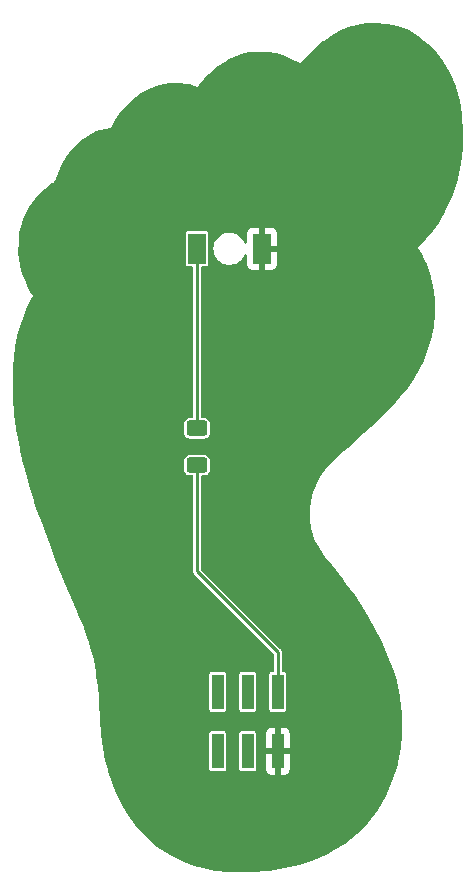
<source format=gbr>
%TF.GenerationSoftware,KiCad,Pcbnew,7.0.5-4d25ed1034~172~ubuntu22.04.1*%
%TF.CreationDate,2023-06-12T10:59:29-06:00*%
%TF.ProjectId,sao-2023-foot,73616f2d-3230-4323-932d-666f6f742e6b,rev?*%
%TF.SameCoordinates,Original*%
%TF.FileFunction,Copper,L2,Bot*%
%TF.FilePolarity,Positive*%
%FSLAX46Y46*%
G04 Gerber Fmt 4.6, Leading zero omitted, Abs format (unit mm)*
G04 Created by KiCad (PCBNEW 7.0.5-4d25ed1034~172~ubuntu22.04.1) date 2023-06-12 10:59:29*
%MOMM*%
%LPD*%
G01*
G04 APERTURE LIST*
G04 Aperture macros list*
%AMRoundRect*
0 Rectangle with rounded corners*
0 $1 Rounding radius*
0 $2 $3 $4 $5 $6 $7 $8 $9 X,Y pos of 4 corners*
0 Add a 4 corners polygon primitive as box body*
4,1,4,$2,$3,$4,$5,$6,$7,$8,$9,$2,$3,0*
0 Add four circle primitives for the rounded corners*
1,1,$1+$1,$2,$3*
1,1,$1+$1,$4,$5*
1,1,$1+$1,$6,$7*
1,1,$1+$1,$8,$9*
0 Add four rect primitives between the rounded corners*
20,1,$1+$1,$2,$3,$4,$5,0*
20,1,$1+$1,$4,$5,$6,$7,0*
20,1,$1+$1,$6,$7,$8,$9,0*
20,1,$1+$1,$8,$9,$2,$3,0*%
G04 Aperture macros list end*
%TA.AperFunction,SMDPad,CuDef*%
%ADD10RoundRect,0.250000X-0.625000X0.400000X-0.625000X-0.400000X0.625000X-0.400000X0.625000X0.400000X0*%
%TD*%
%TA.AperFunction,SMDPad,CuDef*%
%ADD11R,1.000000X3.000000*%
%TD*%
%TA.AperFunction,SMDPad,CuDef*%
%ADD12R,1.500000X2.600000*%
%TD*%
%TA.AperFunction,Conductor*%
%ADD13C,0.250000*%
%TD*%
G04 APERTURE END LIST*
D10*
%TO.P,R1,1*%
%TO.N,Net-(D1-A)*%
X145135600Y-93496800D03*
%TO.P,R1,2*%
%TO.N,3V3*%
X145135600Y-96596800D03*
%TD*%
D11*
%TO.P,J1,1,Pin_1*%
%TO.N,3V3*%
X151968200Y-115793200D03*
%TO.P,J1,2,Pin_2*%
%TO.N,GND*%
X151968200Y-120833200D03*
%TO.P,J1,3,Pin_3*%
%TO.N,unconnected-(J1-Pin_3-Pad3)*%
X149428200Y-115793200D03*
%TO.P,J1,4,Pin_4*%
%TO.N,unconnected-(J1-Pin_4-Pad4)*%
X149428200Y-120833200D03*
%TO.P,J1,5,Pin_5*%
%TO.N,unconnected-(J1-Pin_5-Pad5)*%
X146888200Y-115793200D03*
%TO.P,J1,6,Pin_6*%
%TO.N,unconnected-(J1-Pin_6-Pad6)*%
X146888200Y-120833200D03*
%TD*%
D12*
%TO.P,D1,1,K*%
%TO.N,GND*%
X150628800Y-78282800D03*
%TO.P,D1,2,A*%
%TO.N,Net-(D1-A)*%
X145128800Y-78282800D03*
%TD*%
D13*
%TO.N,Net-(D1-A)*%
X145135600Y-78333600D02*
X145135600Y-93496800D01*
%TO.N,3V3*%
X151968200Y-112420400D02*
X145135600Y-105587800D01*
X151968200Y-115793200D02*
X151968200Y-112420400D01*
X145135600Y-105587800D02*
X145135600Y-96596800D01*
%TD*%
%TA.AperFunction,Conductor*%
%TO.N,GND*%
G36*
X160225307Y-59151883D02*
G01*
X161228133Y-59217900D01*
X161246252Y-59220446D01*
X162163679Y-59419318D01*
X162183048Y-59425208D01*
X163040360Y-59764574D01*
X163058289Y-59773403D01*
X163876708Y-60262072D01*
X163891182Y-60272178D01*
X164381814Y-60669576D01*
X164694502Y-60922844D01*
X164697799Y-60925713D01*
X164824758Y-61044291D01*
X164827396Y-61046907D01*
X165455007Y-61707748D01*
X165459667Y-61713267D01*
X165987237Y-62417846D01*
X165991169Y-62423780D01*
X166461603Y-63230792D01*
X166463304Y-63233914D01*
X166550051Y-63404514D01*
X166551954Y-63408625D01*
X167025655Y-64538826D01*
X167028123Y-64545879D01*
X167372442Y-65759727D01*
X167373926Y-65766304D01*
X167564782Y-66894027D01*
X167590259Y-67044561D01*
X167590988Y-67050740D01*
X167680091Y-68372409D01*
X167680208Y-68378303D01*
X167642902Y-69722283D01*
X167642476Y-69728015D01*
X167479657Y-71073237D01*
X167478698Y-71078928D01*
X167191321Y-72404332D01*
X167189780Y-72410089D01*
X166778854Y-73694628D01*
X166776628Y-73700533D01*
X166242749Y-74924275D01*
X166240774Y-74928383D01*
X166019888Y-75347650D01*
X166018278Y-75350517D01*
X165885564Y-75572937D01*
X165581014Y-76083335D01*
X165578470Y-76087255D01*
X165098658Y-76768889D01*
X165095932Y-76772478D01*
X164528285Y-77465845D01*
X164526797Y-77467595D01*
X164357965Y-77658898D01*
X163877314Y-78196400D01*
X163871469Y-78201439D01*
X163868109Y-78206183D01*
X163866836Y-78207806D01*
X163866129Y-78208902D01*
X163866906Y-78210656D01*
X163866912Y-78210672D01*
X163867864Y-78212379D01*
X163870547Y-78217914D01*
X163875896Y-78224135D01*
X164027269Y-78460318D01*
X164028765Y-78462776D01*
X164138979Y-78653842D01*
X164140098Y-78655868D01*
X164293430Y-78946205D01*
X164294040Y-78947392D01*
X164462440Y-79283589D01*
X164511234Y-79384442D01*
X164513174Y-79388888D01*
X164891027Y-80356246D01*
X164893522Y-80364154D01*
X165150332Y-81419619D01*
X165151639Y-81426813D01*
X165287401Y-82545376D01*
X165287848Y-82552099D01*
X165301855Y-83706358D01*
X165301593Y-83712866D01*
X165193297Y-84875455D01*
X165192336Y-84881986D01*
X164961279Y-86025709D01*
X164959619Y-86032133D01*
X164645554Y-87025122D01*
X164643706Y-87030187D01*
X164316796Y-87818131D01*
X164314960Y-87822148D01*
X163933490Y-88583461D01*
X163931281Y-88587488D01*
X163484275Y-89335615D01*
X163481856Y-89339351D01*
X162958005Y-90088296D01*
X162955579Y-90091534D01*
X162343562Y-90855209D01*
X162341310Y-90857864D01*
X161629846Y-91650065D01*
X161627884Y-91652152D01*
X160982158Y-92307563D01*
X160805766Y-92486600D01*
X160804142Y-92488188D01*
X159860203Y-93378582D01*
X159858918Y-93379760D01*
X158781661Y-94340123D01*
X158623699Y-94477362D01*
X157883968Y-95124258D01*
X157883794Y-95124400D01*
X157882322Y-95125698D01*
X157879416Y-95128301D01*
X157879293Y-95128426D01*
X157266757Y-95679890D01*
X157264723Y-95681462D01*
X157260330Y-95685646D01*
X157259198Y-95686698D01*
X157258612Y-95687228D01*
X157257996Y-95687856D01*
X156744968Y-96172782D01*
X156743918Y-96173672D01*
X156743163Y-96174439D01*
X156741712Y-96175864D01*
X156740324Y-96177182D01*
X156739353Y-96178320D01*
X156319491Y-96606258D01*
X156318276Y-96607367D01*
X156317828Y-96607870D01*
X156316154Y-96609672D01*
X156315759Y-96610080D01*
X156314766Y-96611337D01*
X155972469Y-97000475D01*
X155971157Y-97001800D01*
X155970698Y-97002386D01*
X155969167Y-97004262D01*
X155968557Y-97004978D01*
X155967506Y-97006565D01*
X155689669Y-97372627D01*
X155688328Y-97374238D01*
X155687300Y-97375724D01*
X155686281Y-97377519D01*
X155459036Y-97737272D01*
X155457438Y-97739546D01*
X155456937Y-97740422D01*
X155455798Y-97742955D01*
X155266399Y-98111517D01*
X155265387Y-98113255D01*
X155264145Y-98115925D01*
X155263474Y-98117811D01*
X155098529Y-98511232D01*
X155097743Y-98512821D01*
X155097429Y-98513688D01*
X155096478Y-98516145D01*
X155096330Y-98516502D01*
X155095877Y-98518013D01*
X154960992Y-98895630D01*
X154960351Y-98897160D01*
X154960196Y-98897675D01*
X154959432Y-98900031D01*
X154959147Y-98900851D01*
X154958764Y-98902518D01*
X154836270Y-99320127D01*
X154835364Y-99322777D01*
X154835327Y-99322932D01*
X154834924Y-99325712D01*
X154754852Y-99747110D01*
X154754311Y-99749346D01*
X154754062Y-99751070D01*
X154753947Y-99753362D01*
X154705497Y-100243623D01*
X154705247Y-100245135D01*
X154705144Y-100246833D01*
X154705006Y-100248654D01*
X154704871Y-100250132D01*
X154704878Y-100251554D01*
X154690483Y-100512508D01*
X154690275Y-100514198D01*
X154690258Y-100515697D01*
X154690194Y-100517896D01*
X154690113Y-100519596D01*
X154690228Y-100521304D01*
X154687382Y-101241876D01*
X154687279Y-101244358D01*
X154687628Y-101246778D01*
X154757059Y-101895601D01*
X154757207Y-101897448D01*
X154757693Y-101899184D01*
X154911304Y-102505704D01*
X154911661Y-102507241D01*
X154912373Y-102508827D01*
X155161590Y-103102661D01*
X155162345Y-103104620D01*
X155163491Y-103106449D01*
X155519419Y-103717747D01*
X155520733Y-103720299D01*
X155521192Y-103721007D01*
X155522959Y-103723230D01*
X155997319Y-104383403D01*
X155998279Y-104384932D01*
X155998618Y-104385356D01*
X156000610Y-104387986D01*
X156001152Y-104388743D01*
X156002430Y-104390134D01*
X156293418Y-104755266D01*
X157454144Y-106222568D01*
X157455552Y-106224420D01*
X157775420Y-106662081D01*
X158476652Y-107621546D01*
X158478257Y-107623850D01*
X159368219Y-108965381D01*
X159369948Y-108968143D01*
X160136596Y-110267811D01*
X160138379Y-110271052D01*
X160789568Y-111542636D01*
X160791293Y-111546293D01*
X161334898Y-112803642D01*
X161336452Y-112807603D01*
X161780445Y-114064906D01*
X161781544Y-114068331D01*
X162027522Y-114919125D01*
X162028626Y-114923551D01*
X162288487Y-116156941D01*
X162316921Y-116291899D01*
X162317870Y-116297798D01*
X162474870Y-117702489D01*
X162475244Y-117708259D01*
X162500682Y-119116300D01*
X162500508Y-119122198D01*
X162475593Y-119444538D01*
X162394040Y-120499622D01*
X162393225Y-120505934D01*
X162154334Y-121820392D01*
X162153496Y-121824288D01*
X162108631Y-122004460D01*
X162107584Y-122008170D01*
X161676133Y-123372873D01*
X161673696Y-123379312D01*
X161111299Y-124647408D01*
X161108014Y-124653791D01*
X160419181Y-125820533D01*
X160415032Y-125826688D01*
X159604632Y-126886065D01*
X159599663Y-126891798D01*
X158672500Y-127837801D01*
X158666811Y-127842930D01*
X157627632Y-128669526D01*
X157621376Y-128673902D01*
X156736327Y-129215135D01*
X156473673Y-129375755D01*
X156469654Y-129378012D01*
X156198868Y-129517065D01*
X156195354Y-129518732D01*
X155063767Y-130012811D01*
X155058266Y-130014908D01*
X153837744Y-130414958D01*
X153832588Y-130416404D01*
X152501050Y-130728718D01*
X152496748Y-130729568D01*
X151195332Y-130939156D01*
X151192568Y-130939538D01*
X150682568Y-130998279D01*
X150680705Y-130998465D01*
X150195481Y-131039557D01*
X150193507Y-131039693D01*
X149759064Y-131062554D01*
X149756523Y-131062636D01*
X149398931Y-131066775D01*
X149394618Y-131066674D01*
X149222178Y-131056635D01*
X149140677Y-131051890D01*
X149138758Y-131051657D01*
X149138447Y-131051657D01*
X149134892Y-131051555D01*
X149134679Y-131051542D01*
X149132762Y-131051662D01*
X148580646Y-131052446D01*
X148580023Y-131052410D01*
X148576963Y-131052451D01*
X148573850Y-131052479D01*
X148573056Y-131052545D01*
X148505784Y-131054189D01*
X148263797Y-131060103D01*
X148260863Y-131060105D01*
X147879673Y-131051374D01*
X147877474Y-131051285D01*
X147829832Y-131048497D01*
X147459357Y-131026820D01*
X147457198Y-131026656D01*
X147112029Y-130994339D01*
X147035266Y-130987152D01*
X147032816Y-130986873D01*
X146904040Y-130969614D01*
X146683520Y-130940059D01*
X146678609Y-130939198D01*
X145329455Y-130646032D01*
X145322393Y-130644053D01*
X144913056Y-130502753D01*
X144055416Y-130206703D01*
X144048393Y-130203786D01*
X142868408Y-129626395D01*
X142861646Y-129622543D01*
X141774508Y-128909430D01*
X141768231Y-128904719D01*
X141687722Y-128835926D01*
X140779747Y-128060084D01*
X140774166Y-128054672D01*
X139890235Y-127082701D01*
X139885464Y-127076757D01*
X139111676Y-125981072D01*
X139108408Y-125975923D01*
X138663677Y-125191991D01*
X138661725Y-125188260D01*
X138252397Y-124336812D01*
X138250776Y-124333138D01*
X137904903Y-123473355D01*
X137903429Y-123469282D01*
X137615332Y-122576844D01*
X137614164Y-122572751D01*
X137604457Y-122533699D01*
X137559531Y-122352952D01*
X146187700Y-122352952D01*
X146199331Y-122411429D01*
X146199332Y-122411430D01*
X146243647Y-122477752D01*
X146309969Y-122522067D01*
X146309970Y-122522068D01*
X146368447Y-122533699D01*
X146368450Y-122533700D01*
X146368452Y-122533700D01*
X147407950Y-122533700D01*
X147407951Y-122533699D01*
X147422768Y-122530752D01*
X147466429Y-122522068D01*
X147466429Y-122522067D01*
X147466431Y-122522067D01*
X147532752Y-122477752D01*
X147577067Y-122411431D01*
X147577067Y-122411429D01*
X147577068Y-122411429D01*
X147588699Y-122352952D01*
X148727700Y-122352952D01*
X148739331Y-122411429D01*
X148739332Y-122411430D01*
X148783647Y-122477752D01*
X148849969Y-122522067D01*
X148849970Y-122522068D01*
X148908447Y-122533699D01*
X148908450Y-122533700D01*
X148908452Y-122533700D01*
X149947950Y-122533700D01*
X149947951Y-122533699D01*
X149962768Y-122530752D01*
X150006429Y-122522068D01*
X150006429Y-122522067D01*
X150006431Y-122522067D01*
X150072752Y-122477752D01*
X150117067Y-122411431D01*
X150117067Y-122411429D01*
X150117068Y-122411429D01*
X150123115Y-122381027D01*
X150968199Y-122381027D01*
X150968200Y-122381044D01*
X150974601Y-122440572D01*
X150974603Y-122440579D01*
X151024845Y-122575286D01*
X151024849Y-122575293D01*
X151111009Y-122690387D01*
X151111012Y-122690390D01*
X151226106Y-122776550D01*
X151226113Y-122776554D01*
X151360820Y-122826796D01*
X151360827Y-122826798D01*
X151420355Y-122833199D01*
X151420372Y-122833200D01*
X151718200Y-122833200D01*
X151718200Y-121083200D01*
X152218200Y-121083200D01*
X152218200Y-122833200D01*
X152516028Y-122833200D01*
X152516044Y-122833199D01*
X152575572Y-122826798D01*
X152575579Y-122826796D01*
X152710286Y-122776554D01*
X152710293Y-122776550D01*
X152825387Y-122690390D01*
X152825390Y-122690387D01*
X152911550Y-122575293D01*
X152911554Y-122575286D01*
X152961796Y-122440579D01*
X152961798Y-122440572D01*
X152968199Y-122381044D01*
X152968199Y-122381027D01*
X152968200Y-121083200D01*
X152218200Y-121083200D01*
X151718200Y-121083200D01*
X150968200Y-121083200D01*
X150968199Y-122381027D01*
X150123115Y-122381027D01*
X150128699Y-122352952D01*
X150128700Y-122352950D01*
X150128700Y-119313449D01*
X150128699Y-119313447D01*
X150123115Y-119285372D01*
X150968199Y-119285372D01*
X150968200Y-120583200D01*
X151718200Y-120583200D01*
X151718200Y-118833200D01*
X152218200Y-118833200D01*
X152218200Y-120583200D01*
X152968200Y-120583200D01*
X152968200Y-120583199D01*
X152968199Y-119285372D01*
X152968199Y-119285355D01*
X152961798Y-119225827D01*
X152961796Y-119225820D01*
X152911554Y-119091113D01*
X152911550Y-119091106D01*
X152825390Y-118976012D01*
X152825387Y-118976009D01*
X152710293Y-118889849D01*
X152710286Y-118889845D01*
X152575579Y-118839603D01*
X152575572Y-118839601D01*
X152516044Y-118833200D01*
X152218200Y-118833200D01*
X151718200Y-118833200D01*
X151420355Y-118833200D01*
X151360827Y-118839601D01*
X151360820Y-118839603D01*
X151226113Y-118889845D01*
X151226106Y-118889849D01*
X151111012Y-118976009D01*
X151111009Y-118976012D01*
X151024849Y-119091106D01*
X151024845Y-119091113D01*
X150974603Y-119225820D01*
X150974601Y-119225827D01*
X150968200Y-119285355D01*
X150968199Y-119285372D01*
X150123115Y-119285372D01*
X150117068Y-119254970D01*
X150117067Y-119254969D01*
X150072752Y-119188647D01*
X150006430Y-119144332D01*
X150006429Y-119144331D01*
X149947952Y-119132700D01*
X149947948Y-119132700D01*
X148908452Y-119132700D01*
X148908447Y-119132700D01*
X148849970Y-119144331D01*
X148849969Y-119144332D01*
X148783647Y-119188647D01*
X148739332Y-119254969D01*
X148739331Y-119254970D01*
X148727700Y-119313447D01*
X148727700Y-122352952D01*
X147588699Y-122352952D01*
X147588700Y-122352950D01*
X147588700Y-119313449D01*
X147588699Y-119313447D01*
X147577068Y-119254970D01*
X147577067Y-119254969D01*
X147532752Y-119188647D01*
X147466430Y-119144332D01*
X147466429Y-119144331D01*
X147407952Y-119132700D01*
X147407948Y-119132700D01*
X146368452Y-119132700D01*
X146368447Y-119132700D01*
X146309970Y-119144331D01*
X146309969Y-119144332D01*
X146243647Y-119188647D01*
X146199332Y-119254969D01*
X146199331Y-119254970D01*
X146187700Y-119313447D01*
X146187700Y-122352952D01*
X137559531Y-122352952D01*
X137378087Y-121622961D01*
X137377279Y-121619220D01*
X137187549Y-120587373D01*
X137187050Y-120584205D01*
X137038078Y-119445757D01*
X137037805Y-119443270D01*
X137026169Y-119313449D01*
X136924004Y-118173647D01*
X136923899Y-118172315D01*
X136881277Y-117528360D01*
X136881276Y-117528359D01*
X136881261Y-117528142D01*
X136879796Y-117506001D01*
X136879775Y-117505916D01*
X136866870Y-117312952D01*
X146187700Y-117312952D01*
X146199331Y-117371429D01*
X146199332Y-117371430D01*
X146243647Y-117437752D01*
X146309969Y-117482067D01*
X146309970Y-117482068D01*
X146368447Y-117493699D01*
X146368450Y-117493700D01*
X146368452Y-117493700D01*
X147407950Y-117493700D01*
X147407951Y-117493699D01*
X147422768Y-117490752D01*
X147466429Y-117482068D01*
X147466429Y-117482067D01*
X147466431Y-117482067D01*
X147532752Y-117437752D01*
X147577067Y-117371431D01*
X147577067Y-117371429D01*
X147577068Y-117371429D01*
X147588699Y-117312952D01*
X148727700Y-117312952D01*
X148739331Y-117371429D01*
X148739332Y-117371430D01*
X148783647Y-117437752D01*
X148849969Y-117482067D01*
X148849970Y-117482068D01*
X148908447Y-117493699D01*
X148908450Y-117493700D01*
X148908452Y-117493700D01*
X149947950Y-117493700D01*
X149947951Y-117493699D01*
X149962768Y-117490752D01*
X150006429Y-117482068D01*
X150006429Y-117482067D01*
X150006431Y-117482067D01*
X150072752Y-117437752D01*
X150117067Y-117371431D01*
X150117067Y-117371429D01*
X150117068Y-117371429D01*
X150128699Y-117312952D01*
X150128700Y-117312950D01*
X150128700Y-114273449D01*
X150128699Y-114273447D01*
X150117068Y-114214970D01*
X150117067Y-114214969D01*
X150072752Y-114148647D01*
X150006430Y-114104332D01*
X150006429Y-114104331D01*
X149947952Y-114092700D01*
X149947948Y-114092700D01*
X148908452Y-114092700D01*
X148908447Y-114092700D01*
X148849970Y-114104331D01*
X148849969Y-114104332D01*
X148783647Y-114148647D01*
X148739332Y-114214969D01*
X148739331Y-114214970D01*
X148727700Y-114273447D01*
X148727700Y-117312952D01*
X147588699Y-117312952D01*
X147588700Y-117312950D01*
X147588700Y-114273449D01*
X147588699Y-114273447D01*
X147577068Y-114214970D01*
X147577067Y-114214969D01*
X147532752Y-114148647D01*
X147466430Y-114104332D01*
X147466429Y-114104331D01*
X147407952Y-114092700D01*
X147407948Y-114092700D01*
X146368452Y-114092700D01*
X146368447Y-114092700D01*
X146309970Y-114104331D01*
X146309969Y-114104332D01*
X146243647Y-114148647D01*
X146199332Y-114214969D01*
X146199331Y-114214970D01*
X146187700Y-114273447D01*
X146187700Y-117312952D01*
X136866870Y-117312952D01*
X136804149Y-116375139D01*
X136804290Y-116372807D01*
X136803152Y-116359967D01*
X136803033Y-116358411D01*
X136802529Y-116350473D01*
X136802124Y-116348183D01*
X136714386Y-115341315D01*
X136714458Y-115337717D01*
X136713396Y-115329335D01*
X136713106Y-115326540D01*
X136712580Y-115320059D01*
X136711922Y-115316899D01*
X136606137Y-114416619D01*
X136606060Y-114412566D01*
X136604989Y-114406141D01*
X136604524Y-114402791D01*
X136604078Y-114398785D01*
X136603253Y-114395277D01*
X136557116Y-114104331D01*
X136472124Y-113568354D01*
X136471807Y-113564339D01*
X136470975Y-113560455D01*
X136470289Y-113556691D01*
X136470208Y-113556153D01*
X136469670Y-113554253D01*
X136306152Y-112771234D01*
X136305645Y-112766873D01*
X136304341Y-112762021D01*
X136303448Y-112758233D01*
X136302809Y-112755080D01*
X136301481Y-112751226D01*
X136100279Y-111989428D01*
X136099537Y-111985166D01*
X136098168Y-111980970D01*
X136097009Y-111976968D01*
X136096279Y-111974089D01*
X136094736Y-111970242D01*
X135959728Y-111546293D01*
X135848103Y-111195770D01*
X135847270Y-111192007D01*
X135845203Y-111186425D01*
X135844187Y-111183454D01*
X135842679Y-111178651D01*
X135841106Y-111175248D01*
X135837453Y-111165269D01*
X135543183Y-110361273D01*
X135542370Y-110357898D01*
X135538741Y-110349003D01*
X135537845Y-110346673D01*
X135535458Y-110340073D01*
X135533969Y-110337177D01*
X135175631Y-109448057D01*
X135175071Y-109446195D01*
X135171376Y-109437498D01*
X135170207Y-109434608D01*
X135169786Y-109433771D01*
X134970487Y-108966739D01*
X134819968Y-108614015D01*
X134396426Y-107623856D01*
X133985017Y-106662060D01*
X133234626Y-104840968D01*
X132564967Y-103138446D01*
X131972399Y-101542697D01*
X131971971Y-101541502D01*
X131452697Y-100040396D01*
X131452212Y-100038931D01*
X131225200Y-99322963D01*
X131002218Y-98619704D01*
X131001706Y-98618002D01*
X130617118Y-97268278D01*
X130616612Y-97266382D01*
X130570406Y-97081499D01*
X130562801Y-97051069D01*
X144060100Y-97051069D01*
X144062953Y-97081499D01*
X144062953Y-97081501D01*
X144107806Y-97209680D01*
X144107807Y-97209682D01*
X144188450Y-97318950D01*
X144297718Y-97399593D01*
X144340445Y-97414544D01*
X144425899Y-97444446D01*
X144456330Y-97447300D01*
X144456334Y-97447300D01*
X144686100Y-97447300D01*
X144753139Y-97466985D01*
X144798894Y-97519789D01*
X144810100Y-97571300D01*
X144810100Y-105570878D01*
X144809864Y-105576285D01*
X144806335Y-105616608D01*
X144816812Y-105655710D01*
X144817983Y-105660990D01*
X144825011Y-105700843D01*
X144826835Y-105705855D01*
X144833797Y-105722661D01*
X144836045Y-105727481D01*
X144836046Y-105727484D01*
X144850052Y-105747487D01*
X144859255Y-105760631D01*
X144862161Y-105765192D01*
X144882406Y-105800255D01*
X144913415Y-105826275D01*
X144917405Y-105829930D01*
X151606382Y-112518908D01*
X151639866Y-112580229D01*
X151642700Y-112606587D01*
X151642700Y-113968700D01*
X151623015Y-114035739D01*
X151570211Y-114081494D01*
X151518700Y-114092700D01*
X151448447Y-114092700D01*
X151389970Y-114104331D01*
X151389969Y-114104332D01*
X151323647Y-114148647D01*
X151279332Y-114214969D01*
X151279331Y-114214970D01*
X151267700Y-114273447D01*
X151267700Y-117312952D01*
X151279331Y-117371429D01*
X151279332Y-117371430D01*
X151323647Y-117437752D01*
X151389969Y-117482067D01*
X151389970Y-117482068D01*
X151448447Y-117493699D01*
X151448450Y-117493700D01*
X151448452Y-117493700D01*
X152487950Y-117493700D01*
X152487951Y-117493699D01*
X152502768Y-117490752D01*
X152546429Y-117482068D01*
X152546429Y-117482067D01*
X152546431Y-117482067D01*
X152612752Y-117437752D01*
X152657067Y-117371431D01*
X152657067Y-117371429D01*
X152657068Y-117371429D01*
X152668699Y-117312952D01*
X152668700Y-117312950D01*
X152668700Y-114273449D01*
X152668699Y-114273447D01*
X152657068Y-114214970D01*
X152657067Y-114214969D01*
X152612752Y-114148647D01*
X152546430Y-114104332D01*
X152546429Y-114104331D01*
X152487952Y-114092700D01*
X152487948Y-114092700D01*
X152417700Y-114092700D01*
X152350661Y-114073015D01*
X152304906Y-114020211D01*
X152293700Y-113968700D01*
X152293700Y-112437320D01*
X152293936Y-112431913D01*
X152297464Y-112391593D01*
X152286982Y-112352476D01*
X152285816Y-112347218D01*
X152278788Y-112307355D01*
X152278786Y-112307352D01*
X152278786Y-112307350D01*
X152276960Y-112302333D01*
X152270020Y-112285576D01*
X152267754Y-112280719D01*
X152267754Y-112280716D01*
X152244539Y-112247562D01*
X152241633Y-112242999D01*
X152221396Y-112207948D01*
X152221395Y-112207947D01*
X152221394Y-112207945D01*
X152190377Y-112181918D01*
X152186393Y-112178267D01*
X145497419Y-105489293D01*
X145463934Y-105427970D01*
X145461100Y-105401612D01*
X145461100Y-97571300D01*
X145480785Y-97504261D01*
X145533589Y-97458506D01*
X145585100Y-97447300D01*
X145814870Y-97447300D01*
X145845299Y-97444446D01*
X145845301Y-97444446D01*
X145909390Y-97422019D01*
X145973482Y-97399593D01*
X146082750Y-97318950D01*
X146163393Y-97209682D01*
X146185819Y-97145590D01*
X146208246Y-97081501D01*
X146208246Y-97081499D01*
X146211100Y-97051069D01*
X146211100Y-96142530D01*
X146208246Y-96112100D01*
X146208246Y-96112098D01*
X146163393Y-95983919D01*
X146163392Y-95983917D01*
X146082750Y-95874650D01*
X145973482Y-95794007D01*
X145973480Y-95794006D01*
X145845300Y-95749153D01*
X145814870Y-95746300D01*
X145814866Y-95746300D01*
X144456334Y-95746300D01*
X144456330Y-95746300D01*
X144425900Y-95749153D01*
X144425898Y-95749153D01*
X144297719Y-95794006D01*
X144297717Y-95794007D01*
X144188450Y-95874650D01*
X144107807Y-95983917D01*
X144107806Y-95983919D01*
X144062953Y-96112098D01*
X144062953Y-96112100D01*
X144060100Y-96142530D01*
X144060100Y-97051069D01*
X130562801Y-97051069D01*
X130343301Y-96172782D01*
X130293608Y-95973945D01*
X130293114Y-95971809D01*
X130255303Y-95794006D01*
X130027802Y-94724188D01*
X130027377Y-94721988D01*
X129893221Y-93951069D01*
X144060100Y-93951069D01*
X144062953Y-93981499D01*
X144062953Y-93981501D01*
X144107806Y-94109680D01*
X144107807Y-94109682D01*
X144188450Y-94218950D01*
X144297718Y-94299593D01*
X144340445Y-94314544D01*
X144425899Y-94344446D01*
X144456330Y-94347300D01*
X144456334Y-94347300D01*
X145814870Y-94347300D01*
X145845299Y-94344446D01*
X145845301Y-94344446D01*
X145909390Y-94322019D01*
X145973482Y-94299593D01*
X146082750Y-94218950D01*
X146163393Y-94109682D01*
X146185819Y-94045590D01*
X146208246Y-93981501D01*
X146208246Y-93981499D01*
X146211100Y-93951069D01*
X146211100Y-93042530D01*
X146208246Y-93012100D01*
X146208246Y-93012098D01*
X146163393Y-92883919D01*
X146163392Y-92883917D01*
X146082750Y-92774650D01*
X145973482Y-92694007D01*
X145973480Y-92694006D01*
X145845300Y-92649153D01*
X145814870Y-92646300D01*
X145814866Y-92646300D01*
X145585100Y-92646300D01*
X145518061Y-92626615D01*
X145472306Y-92573811D01*
X145461100Y-92522300D01*
X145461100Y-79907300D01*
X145480785Y-79840261D01*
X145533589Y-79794506D01*
X145585100Y-79783300D01*
X145898550Y-79783300D01*
X145898551Y-79783299D01*
X145913368Y-79780352D01*
X145957029Y-79771668D01*
X145957029Y-79771667D01*
X145957031Y-79771667D01*
X146023352Y-79727352D01*
X146067667Y-79661031D01*
X146067667Y-79661029D01*
X146067668Y-79661029D01*
X146079299Y-79602552D01*
X146079300Y-79602550D01*
X146079300Y-78282805D01*
X146511912Y-78282805D01*
X146530554Y-78507778D01*
X146585973Y-78726626D01*
X146676657Y-78933366D01*
X146800130Y-79122357D01*
X146828344Y-79153005D01*
X146948542Y-79283575D01*
X146953034Y-79288454D01*
X146953038Y-79288457D01*
X147131179Y-79427110D01*
X147131183Y-79427113D01*
X147329727Y-79534560D01*
X147543249Y-79607862D01*
X147765923Y-79645019D01*
X147991677Y-79645019D01*
X148214351Y-79607862D01*
X148427873Y-79534560D01*
X148626417Y-79427113D01*
X148804568Y-79288452D01*
X148957467Y-79122360D01*
X149080942Y-78933367D01*
X149141244Y-78795889D01*
X149186200Y-78742405D01*
X149252936Y-78721715D01*
X149320263Y-78740389D01*
X149366807Y-78792499D01*
X149378800Y-78845701D01*
X149378800Y-79630644D01*
X149385201Y-79690172D01*
X149385203Y-79690179D01*
X149435445Y-79824886D01*
X149435449Y-79824893D01*
X149521609Y-79939987D01*
X149521612Y-79939990D01*
X149636706Y-80026150D01*
X149636713Y-80026154D01*
X149771420Y-80076396D01*
X149771427Y-80076398D01*
X149830955Y-80082799D01*
X149830972Y-80082800D01*
X150378800Y-80082800D01*
X150378800Y-78532800D01*
X150878800Y-78532800D01*
X150878800Y-80082800D01*
X151426628Y-80082800D01*
X151426644Y-80082799D01*
X151486172Y-80076398D01*
X151486179Y-80076396D01*
X151620886Y-80026154D01*
X151620893Y-80026150D01*
X151735987Y-79939990D01*
X151735990Y-79939987D01*
X151822150Y-79824893D01*
X151822154Y-79824886D01*
X151872396Y-79690179D01*
X151872398Y-79690172D01*
X151878799Y-79630644D01*
X151878800Y-79630627D01*
X151878800Y-78532800D01*
X150878800Y-78532800D01*
X150378800Y-78532800D01*
X150378800Y-76482800D01*
X150878800Y-76482800D01*
X150878800Y-78032800D01*
X151878800Y-78032800D01*
X151878800Y-76934972D01*
X151878799Y-76934955D01*
X151872398Y-76875427D01*
X151872396Y-76875420D01*
X151822154Y-76740713D01*
X151822150Y-76740706D01*
X151735990Y-76625612D01*
X151735987Y-76625609D01*
X151620893Y-76539449D01*
X151620886Y-76539445D01*
X151486179Y-76489203D01*
X151486172Y-76489201D01*
X151426644Y-76482800D01*
X150878800Y-76482800D01*
X150378800Y-76482800D01*
X149830955Y-76482800D01*
X149771427Y-76489201D01*
X149771420Y-76489203D01*
X149636713Y-76539445D01*
X149636706Y-76539449D01*
X149521612Y-76625609D01*
X149521609Y-76625612D01*
X149435449Y-76740706D01*
X149435445Y-76740713D01*
X149385203Y-76875420D01*
X149385201Y-76875427D01*
X149378800Y-76934955D01*
X149378800Y-77719898D01*
X149359115Y-77786937D01*
X149306311Y-77832692D01*
X149237153Y-77842636D01*
X149173597Y-77813611D01*
X149141244Y-77769708D01*
X149080942Y-77632233D01*
X148957469Y-77443242D01*
X148804565Y-77277145D01*
X148804561Y-77277142D01*
X148626420Y-77138489D01*
X148626416Y-77138486D01*
X148427874Y-77031040D01*
X148427868Y-77031038D01*
X148214353Y-76957738D01*
X147991677Y-76920581D01*
X147765923Y-76920581D01*
X147543246Y-76957738D01*
X147329731Y-77031038D01*
X147329725Y-77031040D01*
X147131183Y-77138486D01*
X147131179Y-77138489D01*
X146953038Y-77277142D01*
X146953034Y-77277145D01*
X146800130Y-77443242D01*
X146676657Y-77632233D01*
X146585973Y-77838973D01*
X146530554Y-78057821D01*
X146511912Y-78282794D01*
X146511912Y-78282805D01*
X146079300Y-78282805D01*
X146079300Y-76963049D01*
X146079299Y-76963047D01*
X146067668Y-76904570D01*
X146067667Y-76904569D01*
X146023352Y-76838247D01*
X145957030Y-76793932D01*
X145957029Y-76793931D01*
X145898552Y-76782300D01*
X145898548Y-76782300D01*
X144359052Y-76782300D01*
X144359047Y-76782300D01*
X144300570Y-76793931D01*
X144300569Y-76793932D01*
X144234247Y-76838247D01*
X144189932Y-76904569D01*
X144189931Y-76904570D01*
X144178300Y-76963047D01*
X144178300Y-79602552D01*
X144189931Y-79661029D01*
X144189932Y-79661030D01*
X144234247Y-79727352D01*
X144300569Y-79771667D01*
X144300570Y-79771668D01*
X144359047Y-79783299D01*
X144359050Y-79783300D01*
X144359052Y-79783300D01*
X144686100Y-79783300D01*
X144753139Y-79802985D01*
X144798894Y-79855789D01*
X144810100Y-79907300D01*
X144810100Y-92522300D01*
X144790415Y-92589339D01*
X144737611Y-92635094D01*
X144686100Y-92646300D01*
X144456330Y-92646300D01*
X144425900Y-92649153D01*
X144425898Y-92649153D01*
X144297719Y-92694006D01*
X144297717Y-92694007D01*
X144188450Y-92774650D01*
X144107807Y-92883917D01*
X144107806Y-92883919D01*
X144062953Y-93012098D01*
X144062953Y-93012100D01*
X144060100Y-93042530D01*
X144060100Y-93951069D01*
X129893221Y-93951069D01*
X129815917Y-93506850D01*
X129815557Y-93504522D01*
X129654057Y-92309175D01*
X129653866Y-92307614D01*
X129604232Y-91850262D01*
X129604045Y-91848204D01*
X129566477Y-91334240D01*
X129566353Y-91331955D01*
X129544148Y-90712565D01*
X129544117Y-90711263D01*
X129536493Y-90021741D01*
X129542681Y-89298737D01*
X129561867Y-88579064D01*
X129593204Y-87899435D01*
X129593289Y-87897985D01*
X129598648Y-87822148D01*
X129635893Y-87294999D01*
X129636098Y-87292716D01*
X129689083Y-86802237D01*
X129689494Y-86799152D01*
X129723102Y-86588486D01*
X129723763Y-86584993D01*
X129921263Y-85684979D01*
X129922058Y-85681778D01*
X130169455Y-84789356D01*
X130170414Y-84786228D01*
X130453723Y-83943713D01*
X130455043Y-83940156D01*
X130760193Y-83189823D01*
X130762084Y-83185633D01*
X131019855Y-82666519D01*
X131021136Y-82664077D01*
X131252904Y-82245184D01*
X131254054Y-82243271D01*
X131254089Y-82243068D01*
X131254091Y-82243067D01*
X131254090Y-82243064D01*
X131254112Y-82242944D01*
X131254077Y-82242823D01*
X131254078Y-82242821D01*
X131254076Y-82242819D01*
X131254028Y-82242648D01*
X131252771Y-82240960D01*
X131235868Y-82216603D01*
X131023007Y-81909872D01*
X131020327Y-81905655D01*
X130893640Y-81687148D01*
X130829781Y-81577004D01*
X130827117Y-81571872D01*
X130758532Y-81423179D01*
X130622386Y-81128013D01*
X130620954Y-81124648D01*
X130421955Y-80614951D01*
X130420833Y-80611831D01*
X130247964Y-80087339D01*
X130246990Y-80084079D01*
X130144757Y-79703697D01*
X130143436Y-79697552D01*
X130137505Y-79661029D01*
X130055492Y-79155958D01*
X130054820Y-79150011D01*
X130015022Y-78532800D01*
X130013351Y-78506903D01*
X130013225Y-78502550D01*
X130017658Y-77818486D01*
X130017828Y-77814307D01*
X130019872Y-77786937D01*
X130067334Y-77151278D01*
X130067946Y-77146076D01*
X130161558Y-76564351D01*
X130162453Y-76559865D01*
X130189754Y-76445564D01*
X130191288Y-76440222D01*
X130310010Y-76087255D01*
X130481462Y-75577514D01*
X130484780Y-75569537D01*
X130887611Y-74764240D01*
X130891983Y-74756837D01*
X131386913Y-74037931D01*
X131398453Y-74023582D01*
X131965089Y-73417500D01*
X131980763Y-73403367D01*
X132609259Y-72927101D01*
X132614352Y-72923627D01*
X132616550Y-72922282D01*
X132619375Y-72920555D01*
X132622294Y-72919124D01*
X132628213Y-72915207D01*
X132630447Y-72913797D01*
X132638375Y-72909021D01*
X132640916Y-72906939D01*
X132895193Y-72741666D01*
X132896278Y-72740979D01*
X132897113Y-72740179D01*
X133058178Y-72589851D01*
X133060316Y-72588046D01*
X133060774Y-72587464D01*
X133062002Y-72585029D01*
X133168056Y-72397836D01*
X133168352Y-72397330D01*
X133168358Y-72397324D01*
X133168360Y-72397316D01*
X133168387Y-72397271D01*
X133168399Y-72397231D01*
X133168402Y-72397228D01*
X133168402Y-72397223D01*
X133168574Y-72396695D01*
X133258439Y-72137711D01*
X133259356Y-72135240D01*
X133587354Y-71307454D01*
X133595084Y-71291416D01*
X134036166Y-70522799D01*
X134040893Y-70515735D01*
X134580278Y-69818355D01*
X134585936Y-69811996D01*
X135199081Y-69211760D01*
X135212840Y-69200124D01*
X135879197Y-68715063D01*
X135896293Y-68704622D01*
X136599254Y-68349859D01*
X136620131Y-68341600D01*
X137306441Y-68139780D01*
X137312334Y-68138357D01*
X137792497Y-68047106D01*
X137798358Y-68046986D01*
X137813165Y-68043219D01*
X137813167Y-68043220D01*
X137813168Y-68043218D01*
X137813341Y-68043175D01*
X137813382Y-68043146D01*
X137813480Y-68043000D01*
X137813482Y-68043000D01*
X137813482Y-68042998D01*
X137822166Y-68030231D01*
X137824266Y-68024795D01*
X138188382Y-67412876D01*
X138190319Y-67409828D01*
X138540185Y-66894019D01*
X138543466Y-66889617D01*
X138980148Y-66355016D01*
X138983135Y-66351623D01*
X139463515Y-65844981D01*
X139467076Y-65841517D01*
X139550844Y-65766306D01*
X139946988Y-65410627D01*
X139951216Y-65407157D01*
X140229241Y-65198926D01*
X140235863Y-65194598D01*
X141038307Y-64740662D01*
X141056627Y-64732188D01*
X141901292Y-64422244D01*
X141920845Y-64416839D01*
X142789978Y-64251688D01*
X142810744Y-64249532D01*
X143681038Y-64232873D01*
X143702917Y-64234396D01*
X144272376Y-64325209D01*
X144559414Y-64370985D01*
X144566245Y-64372473D01*
X144700812Y-64409842D01*
X144741492Y-64421139D01*
X144744226Y-64421898D01*
X144745381Y-64422231D01*
X145185569Y-64554214D01*
X145189375Y-64556096D01*
X145204579Y-64559973D01*
X145206074Y-64560389D01*
X145206198Y-64560375D01*
X145206356Y-64560284D01*
X145207415Y-64558922D01*
X145219369Y-64544299D01*
X145221278Y-64540330D01*
X145309844Y-64422249D01*
X145416909Y-64279503D01*
X145419671Y-64276083D01*
X145443402Y-64248733D01*
X146101432Y-63490339D01*
X146113841Y-63477934D01*
X146882594Y-62811325D01*
X146896892Y-62800630D01*
X147735585Y-62262917D01*
X147752145Y-62253996D01*
X147824669Y-62221761D01*
X148645151Y-61857078D01*
X148652022Y-61854500D01*
X149074567Y-61723991D01*
X149081741Y-61722238D01*
X149100605Y-61718803D01*
X149522102Y-61642050D01*
X149528212Y-61641249D01*
X150072600Y-61597436D01*
X150076774Y-61597244D01*
X150663143Y-61590332D01*
X150667146Y-61590415D01*
X151232311Y-61620568D01*
X151237512Y-61621068D01*
X151719724Y-61688177D01*
X151725122Y-61689174D01*
X151850788Y-61718209D01*
X151855856Y-61719610D01*
X152158650Y-61817423D01*
X152162076Y-61818642D01*
X152548481Y-61969093D01*
X152550782Y-61970044D01*
X152953770Y-62146529D01*
X152955550Y-62147343D01*
X153111552Y-62221770D01*
X153847952Y-62583508D01*
X153854049Y-62587750D01*
X153862344Y-62590891D01*
X153865298Y-62592175D01*
X153865444Y-62592177D01*
X153865705Y-62592073D01*
X153868196Y-62589647D01*
X153874860Y-62583822D01*
X153879169Y-62577518D01*
X154580526Y-61832470D01*
X154581821Y-61831136D01*
X155222335Y-61192594D01*
X155226060Y-61189176D01*
X155838416Y-60672353D01*
X155843396Y-60668566D01*
X156471656Y-60239255D01*
X156476875Y-60236057D01*
X157149971Y-59868164D01*
X157154879Y-59865757D01*
X157927967Y-59528287D01*
X157934906Y-59525740D01*
X158666780Y-59305505D01*
X158675017Y-59303628D01*
X159431544Y-59184861D01*
X159438562Y-59184166D01*
X160218707Y-59151804D01*
X160225307Y-59151883D01*
G37*
%TD.AperFunction*%
%TD*%
M02*

</source>
